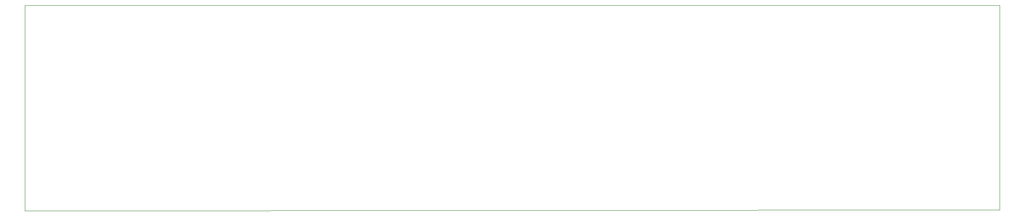
<source format=gbr>
%TF.GenerationSoftware,KiCad,Pcbnew,5.1.9-1*%
%TF.CreationDate,2021-07-13T14:20:52+02:00*%
%TF.ProjectId,led-pekac,6c65642d-7065-46b6-9163-2e6b69636164,rev?*%
%TF.SameCoordinates,Original*%
%TF.FileFunction,Profile,NP*%
%FSLAX46Y46*%
G04 Gerber Fmt 4.6, Leading zero omitted, Abs format (unit mm)*
G04 Created by KiCad (PCBNEW 5.1.9-1) date 2021-07-13 14:20:52*
%MOMM*%
%LPD*%
G01*
G04 APERTURE LIST*
%TA.AperFunction,Profile*%
%ADD10C,0.050000*%
%TD*%
%TA.AperFunction,Profile*%
%ADD11C,0.100000*%
%TD*%
G04 APERTURE END LIST*
D10*
X81280000Y-60960000D02*
X81280000Y-100330000D01*
D11*
X267462000Y-100203000D02*
X81280000Y-100330000D01*
X267462000Y-60960000D02*
X267462000Y-100203000D01*
X81280000Y-60960000D02*
X267462000Y-60960000D01*
M02*

</source>
